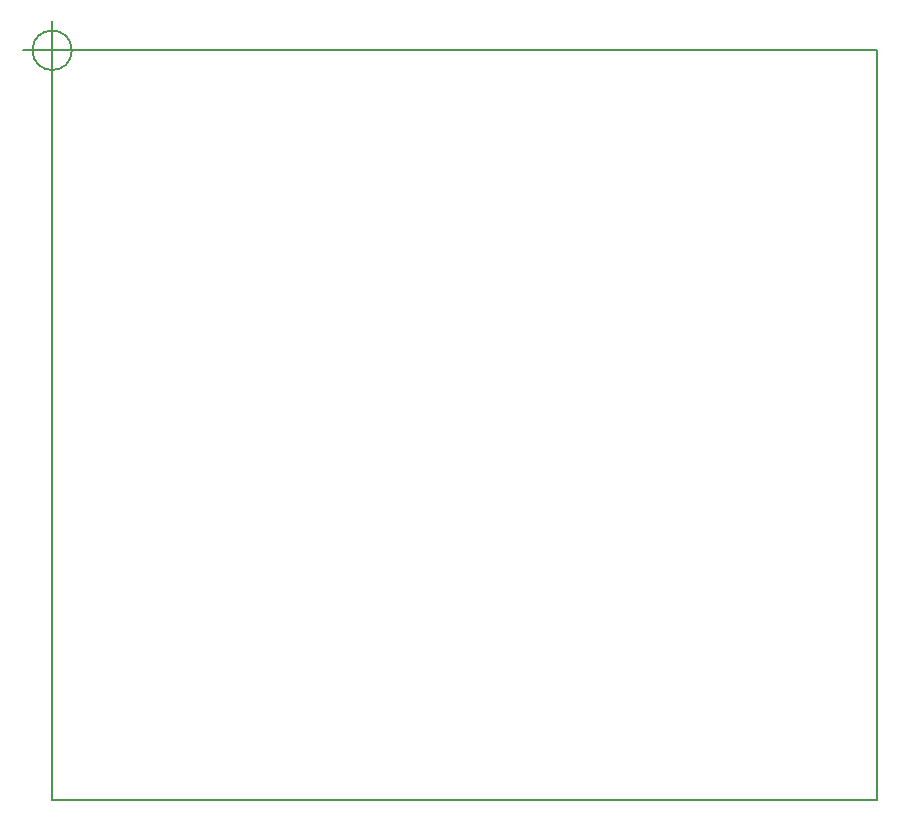
<source format=gm1>
G04 #@! TF.GenerationSoftware,KiCad,Pcbnew,5.0.2-bee76a0~70~ubuntu18.10.1*
G04 #@! TF.CreationDate,2019-09-06T12:11:08+02:00*
G04 #@! TF.ProjectId,Handylader_Fach_RS458_SMD_002,48616e64-796c-4616-9465-725f46616368,rev?*
G04 #@! TF.SameCoordinates,Original*
G04 #@! TF.FileFunction,Profile,NP*
%FSLAX46Y46*%
G04 Gerber Fmt 4.6, Leading zero omitted, Abs format (unit mm)*
G04 Created by KiCad (PCBNEW 5.0.2-bee76a0~70~ubuntu18.10.1) date Fr 06 Sep 2019 12:11:08 CEST*
%MOMM*%
%LPD*%
G01*
G04 APERTURE LIST*
%ADD10C,0.200000*%
G04 APERTURE END LIST*
D10*
X32146666Y-15240000D02*
G75*
G03X32146666Y-15240000I-1666666J0D01*
G01*
X27980000Y-15240000D02*
X32980000Y-15240000D01*
X30480000Y-12740000D02*
X30480000Y-17740000D01*
X100330000Y-78740000D02*
X100330000Y-15240000D01*
X30480000Y-78740000D02*
X100330000Y-78740000D01*
X30480000Y-15240000D02*
X30480000Y-78740000D01*
X100330000Y-15240000D02*
X30480000Y-15240000D01*
M02*

</source>
